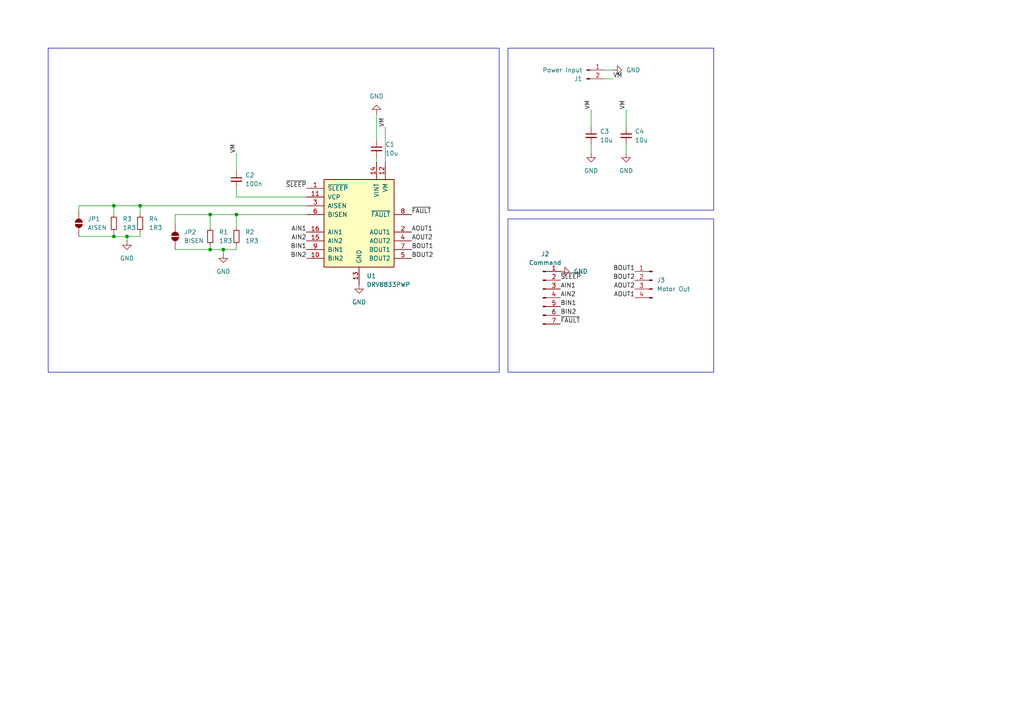
<source format=kicad_sch>
(kicad_sch (version 20231120) (generator "eeschema") (generator_version "8.0")
  (paper "A4")
  (lib_symbols
    (symbol "Connector:Conn_01x02_Pin" (pin_names (offset 1.016) hide)
      (property "Reference" "J" (at 0 2.54 0))
      (property "Value" "Conn_01x02_Pin" (at 0 -5.08 0))
      (symbol "Conn_01x02_Pin_1_1"
        (polyline (pts (xy 1.27 -2.54) (xy 0.8636 -2.54)) (stroke (width 0.1524)))
        (polyline (pts (xy 1.27 0) (xy 0.8636 0)) (stroke (width 0.1524)))
        (rectangle (start 0.8636 -2.413) (end 0 -2.667) (stroke (width 0.1524)) (fill (type outline)))
        (rectangle (start 0.8636 0.127) (end 0 -0.127) (stroke (width 0.1524)) (fill (type outline)))
        (pin passive line (at 5.08 0 180) (length 3.81) (name "Pin_1") (number "1"))
        (pin passive line (at 5.08 -2.54 180) (length 3.81) (name "Pin_2") (number "2"))
      )
    )
    (symbol "Connector:Conn_01x04_Pin" (pin_names (offset 1.016) hide)
      (property "Reference" "J" (at 0 5.08 0))
      (property "Value" "Conn_01x04_Pin" (at 0 -7.62 0))
      (symbol "Conn_01x04_Pin_1_1"
        (polyline (pts (xy 1.27 -5.08) (xy 0.8636 -5.08)) (stroke (width 0.1524)))
        (polyline (pts (xy 1.27 -2.54) (xy 0.8636 -2.54)) (stroke (width 0.1524)))
        (polyline (pts (xy 1.27 0) (xy 0.8636 0)) (stroke (width 0.1524)))
        (polyline (pts (xy 1.27 2.54) (xy 0.8636 2.54)) (stroke (width 0.1524)))
        (rectangle (start 0.8636 -4.953) (end 0 -5.207) (stroke (width 0.1524)) (fill (type outline)))
        (rectangle (start 0.8636 -2.413) (end 0 -2.667) (stroke (width 0.1524)) (fill (type outline)))
        (rectangle (start 0.8636 0.127) (end 0 -0.127) (stroke (width 0.1524)) (fill (type outline)))
        (rectangle (start 0.8636 2.667) (end 0 2.413) (stroke (width 0.1524)) (fill (type outline)))
        (pin passive line (at 5.08 2.54 180) (length 3.81) (name "Pin_1") (number "1"))
        (pin passive line (at 5.08 0 180) (length 3.81) (name "Pin_2") (number "2"))
        (pin passive line (at 5.08 -2.54 180) (length 3.81) (name "Pin_3") (number "3"))
        (pin passive line (at 5.08 -5.08 180) (length 3.81) (name "Pin_4") (number "4"))
      )
    )
    (symbol "Connector:Conn_01x07_Pin" (pin_names (offset 1.016) hide)
      (property "Reference" "J" (at 0 10.16 0))
      (property "Value" "Conn_01x07_Pin" (at 0 -10.16 0))
      (symbol "Conn_01x07_Pin_1_1"
        (polyline (pts (xy 1.27 -7.62) (xy 0.8636 -7.62)) (stroke (width 0.1524)))
        (polyline (pts (xy 1.27 -5.08) (xy 0.8636 -5.08)) (stroke (width 0.1524)))
        (polyline (pts (xy 1.27 -2.54) (xy 0.8636 -2.54)) (stroke (width 0.1524)))
        (polyline (pts (xy 1.27 0) (xy 0.8636 0)) (stroke (width 0.1524)))
        (polyline (pts (xy 1.27 2.54) (xy 0.8636 2.54)) (stroke (width 0.1524)))
        (polyline (pts (xy 1.27 5.08) (xy 0.8636 5.08)) (stroke (width 0.1524)))
        (polyline (pts (xy 1.27 7.62) (xy 0.8636 7.62)) (stroke (width 0.1524)))
        (rectangle (start 0.8636 -7.493) (end 0 -7.747) (stroke (width 0.1524)) (fill (type outline)))
        (rectangle (start 0.8636 -4.953) (end 0 -5.207) (stroke (width 0.1524)) (fill (type outline)))
        (rectangle (start 0.8636 -2.413) (end 0 -2.667) (stroke (width 0.1524)) (fill (type outline)))
        (rectangle (start 0.8636 0.127) (end 0 -0.127) (stroke (width 0.1524)) (fill (type outline)))
        (rectangle (start 0.8636 2.667) (end 0 2.413) (stroke (width 0.1524)) (fill (type outline)))
        (rectangle (start 0.8636 5.207) (end 0 4.953) (stroke (width 0.1524)) (fill (type outline)))
        (rectangle (start 0.8636 7.747) (end 0 7.493) (stroke (width 0.1524)) (fill (type outline)))
        (pin passive line (at 5.08 7.62 180) (length 3.81) (name "Pin_1") (number "1"))
        (pin passive line (at 5.08 5.08 180) (length 3.81) (name "Pin_2") (number "2"))
        (pin passive line (at 5.08 2.54 180) (length 3.81) (name "Pin_3") (number "3"))
        (pin passive line (at 5.08 0 180) (length 3.81) (name "Pin_4") (number "4"))
        (pin passive line (at 5.08 -2.54 180) (length 3.81) (name "Pin_5") (number "5"))
        (pin passive line (at 5.08 -5.08 180) (length 3.81) (name "Pin_6") (number "6"))
        (pin passive line (at 5.08 -7.62 180) (length 3.81) (name "Pin_7") (number "7"))
      )
    )
    (symbol "Device:C_Small" (pin_numbers hide) (pin_names (offset 0.254) hide)
      (property "Reference" "C" (at 0.254 1.778 0))
      (property "Value" "C_Small" (at 0.254 -2.032 0))
      (symbol "C_Small_0_1"
        (polyline (pts (xy -1.524 -0.508) (xy 1.524 -0.508)) (stroke (width 0.3302)))
        (polyline (pts (xy -1.524 0.508) (xy 1.524 0.508)) (stroke (width 0.3048)))
      )
      (symbol "C_Small_1_1"
        (pin passive line (at 0 2.54 270) (length 2.032) (name "~") (number "1"))
        (pin passive line (at 0 -2.54 90) (length 2.032) (name "~") (number "2"))
      )
    )
    (symbol "Device:R_Small" (pin_numbers hide) (pin_names (offset 0.254) hide)
      (property "Reference" "R" (at 0.762 0.508 0))
      (property "Value" "R_Small" (at 0.762 -1.016 0))
      (symbol "R_Small_0_1"
        (rectangle (start -0.762 1.778) (end 0.762 -1.778) (stroke (width 0.2032)))
      )
      (symbol "R_Small_1_1"
        (pin passive line (at 0 2.54 270) (length 0.762) (name "~") (number "1"))
        (pin passive line (at 0 -2.54 90) (length 0.762) (name "~") (number "2"))
      )
    )
    (symbol "Driver_Motor:DRV8833PWP" (pin_names (offset 1.016))
      (property "Reference" "U" (at -3.81 16.51 0))
      (property "Value" "DRV8833PWP" (at -3.81 13.97 0))
      (symbol "DRV8833PWP_0_1"
        (rectangle (start -10.16 12.7) (end 10.16 -12.7) (stroke (width 0.254)) (fill (type background)))
      )
      (symbol "DRV8833PWP_1_1"
        (pin input line (at -15.24 10.16 0) (length 5.08) (name "~{SLEEP}") (number "1"))
        (pin input line (at -15.24 -10.16 0) (length 5.08) (name "BIN2") (number "10"))
        (pin bidirectional line (at -15.24 7.62 0) (length 5.08) (name "VCP") (number "11"))
        (pin power_in line (at 7.62 17.78 270) (length 5.08) (name "VM") (number "12"))
        (pin power_in line (at 0 -17.78 90) (length 5.08) (name "GND") (number "13"))
        (pin power_in line (at 5.08 17.78 270) (length 5.08) (name "VINT") (number "14"))
        (pin input line (at -15.24 -5.08 0) (length 5.08) (name "AIN2") (number "15"))
        (pin input line (at -15.24 -2.54 0) (length 5.08) (name "AIN1") (number "16"))
        (pin passive line (at 0 -17.78 90) (length 5.08) hide (name "GND") (number "17"))
        (pin power_out line (at 15.24 -2.54 180) (length 5.08) (name "AOUT1") (number "2"))
        (pin bidirectional line (at -15.24 5.08 0) (length 5.08) (name "AISEN") (number "3"))
        (pin power_out line (at 15.24 -5.08 180) (length 5.08) (name "AOUT2") (number "4"))
        (pin power_out line (at 15.24 -10.16 180) (length 5.08) (name "BOUT2") (number "5"))
        (pin bidirectional line (at -15.24 2.54 0) (length 5.08) (name "BISEN") (number "6"))
        (pin power_out line (at 15.24 -7.62 180) (length 5.08) (name "BOUT1") (number "7"))
        (pin open_collector line (at 15.24 2.54 180) (length 5.08) (name "~{FAULT}") (number "8"))
        (pin input line (at -15.24 -7.62 0) (length 5.08) (name "BIN1") (number "9"))
      )
    )
    (symbol "Jumper:SolderJumper_2_Open" (pin_numbers hide) (pin_names (offset 0) hide) (exclude_from_sim yes) (in_bom no)
      (property "Reference" "JP" (at 0 2.032 0))
      (property "Value" "SolderJumper_2_Open" (at 0 -2.54 0))
      (symbol "SolderJumper_2_Open_0_1"
        (arc (start -0.254 1.016) (mid -1.2656 0) (end -0.254 -1.016))
        (arc (start -0.254 1.016) (mid -1.2656 0) (end -0.254 -1.016) (fill (type outline)))
        (polyline (pts (xy -0.254 1.016) (xy -0.254 -1.016)))
        (polyline (pts (xy 0.254 1.016) (xy 0.254 -1.016)))
        (arc (start 0.254 -1.016) (mid 1.2656 0) (end 0.254 1.016))
        (arc (start 0.254 -1.016) (mid 1.2656 0) (end 0.254 1.016) (fill (type outline)))
      )
      (symbol "SolderJumper_2_Open_1_1"
        (pin passive line (at -3.81 0 0) (length 2.54) (name "A") (number "1"))
        (pin passive line (at 3.81 0 180) (length 2.54) (name "B") (number "2"))
      )
    )
    (symbol "power:GND" (power) (pin_numbers hide) (pin_names (offset 0) hide)
      (property "Value" "GND" (at 0 -3.81 0))
      (symbol "GND_0_1"
        (polyline (pts (xy 0 0) (xy 0 -1.27) (xy 1.27 -1.27) (xy 0 -2.54) (xy -1.27 -1.27) (xy 0 -1.27)))
      )
      (symbol "GND_1_1"
        (pin power_in line (at 0 0 270) (length 0) (name "~") (number "1"))
      )
    )
  )
  (junction (at 36.83 68.58))
  (junction (at 33.02 68.58))
  (junction (at 33.02 59.69))
  (junction (at 68.58 62.23))
  (junction (at 40.64 59.69))
  (junction (at 64.77 72.39))
  (junction (at 60.96 72.39))
  (junction (at 60.96 62.23))
  (wire (pts (xy 50.8 64.77) (xy 50.8 62.23)))
  (wire (pts (xy 177.8 22.86) (xy 175.26 22.86)))
  (wire (pts (xy 68.58 62.23) (xy 88.9 62.23)))
  (wire (pts (xy 181.61 31.75) (xy 181.61 36.83)))
  (wire (pts (xy 40.64 59.69) (xy 40.64 62.23)))
  (wire (pts (xy 60.96 62.23) (xy 68.58 62.23)))
  (wire (pts (xy 181.61 41.91) (xy 181.61 44.45)))
  (wire (pts (xy 60.96 71.12) (xy 60.96 72.39)))
  (wire (pts (xy 64.77 72.39) (xy 64.77 73.66)))
  (wire (pts (xy 177.8 20.32) (xy 175.26 20.32)))
  (wire (pts (xy 109.22 45.72) (xy 109.22 46.99)))
  (wire (pts (xy 171.45 41.91) (xy 171.45 44.45)))
  (wire (pts (xy 40.64 67.31) (xy 40.64 68.58)))
  (wire (pts (xy 88.9 59.69) (xy 40.64 59.69)))
  (wire (pts (xy 36.83 68.58) (xy 33.02 68.58)))
  (wire (pts (xy 33.02 67.31) (xy 33.02 68.58)))
  (wire (pts (xy 109.22 33.02) (xy 109.22 40.64)))
  (wire (pts (xy 50.8 62.23) (xy 60.96 62.23)))
  (wire (pts (xy 40.64 68.58) (xy 36.83 68.58)))
  (wire (pts (xy 60.96 72.39) (xy 64.77 72.39)))
  (wire (pts (xy 68.58 66.04) (xy 68.58 62.23)))
  (wire (pts (xy 22.86 59.69) (xy 33.02 59.69)))
  (wire (pts (xy 68.58 72.39) (xy 68.58 71.12)))
  (wire (pts (xy 36.83 68.58) (xy 36.83 69.85)))
  (wire (pts (xy 171.45 31.75) (xy 171.45 36.83)))
  (wire (pts (xy 60.96 66.04) (xy 60.96 62.23)))
  (wire (pts (xy 33.02 59.69) (xy 33.02 62.23)))
  (wire (pts (xy 111.76 36.83) (xy 111.76 46.99)))
  (wire (pts (xy 64.77 72.39) (xy 68.58 72.39)))
  (wire (pts (xy 40.64 59.69) (xy 33.02 59.69)))
  (wire (pts (xy 50.8 72.39) (xy 60.96 72.39)))
  (wire (pts (xy 68.58 57.15) (xy 68.58 54.61)))
  (wire (pts (xy 22.86 68.58) (xy 33.02 68.58)))
  (wire (pts (xy 22.86 60.96) (xy 22.86 59.69)))
  (wire (pts (xy 88.9 57.15) (xy 68.58 57.15)))
  (wire (pts (xy 68.58 44.45) (xy 68.58 49.53)))
  (rectangle (start 13.97 13.97) (end 144.78 107.95))
  (rectangle (start 147.32 63.5) (end 207.01 107.95))
  (rectangle (start 147.32 13.97) (end 207.01 60.96))
  (label "AIN2" (at 88.9 69.85 180))
  (label "AOUT2" (at 184.15 83.82 180))
  (label "AIN1" (at 162.56 83.82 0))
  (label "BIN1" (at 88.9 72.39 180))
  (label "AOUT1" (at 184.15 86.36 180))
  (label "BIN1" (at 162.56 88.9 0))
  (label "VM" (at 68.58 44.45 90))
  (label "BIN2" (at 88.9 74.93 180))
  (label "BOUT2" (at 184.15 81.28 180))
  (label "AOUT1" (at 119.38 67.31 0))
  (label "~{SLEEP}" (at 162.56 81.28 0))
  (label "AIN1" (at 88.9 67.31 180))
  (label "VM" (at 181.61 31.75 90))
  (label "~{FAULT}" (at 119.38 62.23 0))
  (label "BOUT1" (at 119.38 72.39 0))
  (label "~{SLEEP}" (at 88.9 54.61 180))
  (label "AIN2" (at 162.56 86.36 0))
  (label "AOUT2" (at 119.38 69.85 0))
  (label "VM" (at 111.76 36.83 90))
  (label "BIN2" (at 162.56 91.44 0))
  (label "VM" (at 177.8 22.86 0))
  (label "BOUT2" (at 119.38 74.93 0))
  (label "~{FAULT}" (at 162.56 93.98 0))
  (label "BOUT1" (at 184.15 78.74 180))
  (label "VM" (at 171.45 31.75 90))
  (symbol (lib_id "Device:R_Small") (at 60.96 68.58 0) (unit 1)
    (property "Reference" "R1" (at 63.5 67.3099 0) (effects (justify left)))
    (property "Value" "1R3" (at 63.5 69.8499 0) (effects (justify left)))
    (property "Footprint" "Resistor_SMD:R_1206_3216Metric_Pad1.30x1.75mm_HandSolder" (effects (hide yes)))
    (property "Description" "Resistor, small symbol" (effects (hide yes)))
  )
  (symbol (lib_id "Device:C_Small") (at 109.22 43.18 0) (unit 1)
    (property "Reference" "C1" (at 111.76 41.9162 0) (effects (justify left)))
    (property "Value" "10u" (at 111.76 44.4562 0) (effects (justify left)))
    (property "Footprint" "Capacitor_SMD:C_1206_3216Metric_Pad1.33x1.80mm_HandSolder" (effects (hide yes)))
    (property "Description" "Unpolarized capacitor, small symbol" (effects (hide yes)))
  )
  (symbol (lib_id "power:GND") (at 109.22 33.02 180) (unit 1)
    (property "Reference" "#PWR02" (effects (hide yes)))
    (property "Value" "GND" (at 109.22 27.94 0))
    (property "Description" "Power symbol creates a global label with name \"GND\" , ground" (effects (hide yes)))
  )
  (symbol (lib_id "Device:R_Small") (at 68.58 68.58 0) (unit 1)
    (property "Reference" "R2" (at 71.12 67.3099 0) (effects (justify left)))
    (property "Value" "1R3" (at 71.12 69.8499 0) (effects (justify left)))
    (property "Footprint" "Resistor_SMD:R_1206_3216Metric_Pad1.30x1.75mm_HandSolder" (effects (hide yes)))
    (property "Description" "Resistor, small symbol" (effects (hide yes)))
  )
  (symbol (lib_id "power:GND") (at 171.45 44.45 0) (unit 1)
    (property "Reference" "#PWR05" (effects (hide yes)))
    (property "Value" "GND" (at 171.45 49.53 0))
    (property "Description" "Power symbol creates a global label with name \"GND\" , ground" (effects (hide yes)))
  )
  (symbol (lib_id "Device:C_Small") (at 171.45 39.37 0) (unit 1)
    (property "Reference" "C3" (at 173.99 38.1062 0) (effects (justify left)))
    (property "Value" "10u" (at 173.99 40.6462 0) (effects (justify left)))
    (property "Footprint" "Capacitor_SMD:C_1206_3216Metric_Pad1.33x1.80mm_HandSolder" (effects (hide yes)))
    (property "Description" "Unpolarized capacitor, small symbol" (effects (hide yes)))
  )
  (symbol (lib_id "Jumper:SolderJumper_2_Open") (at 22.86 64.77 270) (unit 1) (exclude_from_sim yes) (in_bom no)
    (property "Reference" "JP1" (at 25.4 63.4999 90) (effects (justify left)))
    (property "Value" "AISEN" (at 25.4 66.0399 90) (effects (justify left)))
    (property "Footprint" "Jumper:SolderJumper-2_P1.3mm_Open_TrianglePad1.0x1.5mm" (effects (hide yes)))
    (property "Description" "Solder Jumper, 2-pole, open" (effects (hide yes)))
  )
  (symbol (lib_id "Connector:Conn_01x07_Pin") (at 157.48 86.36 0) (unit 1)
    (property "Reference" "J2" (at 158.115 73.66 0))
    (property "Value" "Command" (at 158.115 76.2 0))
    (property "Footprint" "Connector_PinHeader_2.54mm:PinHeader_1x07_P2.54mm_Vertical" (effects (hide yes)))
    (property "Description" "Generic connector, single row, 01x07, script generated" (effects (hide yes)))
  )
  (symbol (lib_id "Connector:Conn_01x02_Pin") (at 170.18 20.32 0) (unit 1)
    (property "Reference" "J1" (at 168.91 22.8601 0) (effects (justify right)))
    (property "Value" "Power Input" (at 168.91 20.3201 0) (effects (justify right)))
    (property "Footprint" "Connector_PinHeader_2.54mm:PinHeader_1x02_P2.54mm_Vertical" (effects (hide yes)))
    (property "Description" "Generic connector, single row, 01x02, script generated" (effects (hide yes)))
  )
  (symbol (lib_id "power:GND") (at 181.61 44.45 0) (unit 1)
    (property "Reference" "#PWR06" (effects (hide yes)))
    (property "Value" "GND" (at 181.61 49.53 0))
    (property "Description" "Power symbol creates a global label with name \"GND\" , ground" (effects (hide yes)))
  )
  (symbol (lib_id "Device:R_Small") (at 40.64 64.77 0) (unit 1)
    (property "Reference" "R4" (at 43.18 63.5 0) (effects (justify left)))
    (property "Value" "1R3" (at 43.18 66.04 0) (effects (justify left)))
    (property "Footprint" "Resistor_SMD:R_1206_3216Metric_Pad1.30x1.75mm_HandSolder" (effects (hide yes)))
    (property "Description" "Resistor, small symbol" (effects (hide yes)))
  )
  (symbol (lib_id "Jumper:SolderJumper_2_Open") (at 50.8 68.58 270) (unit 1) (exclude_from_sim yes) (in_bom no)
    (property "Reference" "JP2" (at 53.34 67.3099 90) (effects (justify left)))
    (property "Value" "BISEN" (at 53.34 69.8499 90) (effects (justify left)))
    (property "Footprint" "Jumper:SolderJumper-2_P1.3mm_Open_TrianglePad1.0x1.5mm" (effects (hide yes)))
    (property "Description" "Solder Jumper, 2-pole, open" (effects (hide yes)))
  )
  (symbol (lib_id "power:GND") (at 104.14 82.55 0) (unit 1)
    (property "Reference" "#PWR01" (effects (hide yes)))
    (property "Value" "GND" (at 104.14 87.63 0))
    (property "Description" "Power symbol creates a global label with name \"GND\" , ground" (effects (hide yes)))
  )
  (symbol (lib_id "power:GND") (at 36.83 69.85 0) (unit 1)
    (property "Reference" "#PWR04" (effects (hide yes)))
    (property "Value" "GND" (at 36.83 74.93 0))
    (property "Description" "Power symbol creates a global label with name \"GND\" , ground" (effects (hide yes)))
  )
  (symbol (lib_id "power:GND") (at 162.56 78.74 90) (unit 1)
    (property "Reference" "#PWR08" (effects (hide yes)))
    (property "Value" "GND" (at 166.37 78.7401 90) (effects (justify right)))
    (property "Description" "Power symbol creates a global label with name \"GND\" , ground" (effects (hide yes)))
  )
  (symbol (lib_id "Connector:Conn_01x04_Pin") (at 189.23 81.28 0) (mirror y) (unit 1)
    (property "Reference" "J3" (at 190.5 81.2799 0) (effects (justify right)))
    (property "Value" "Motor Out" (at 190.5 83.8199 0) (effects (justify right)))
    (property "Footprint" "Connector_PinHeader_2.54mm:PinHeader_1x04_P2.54mm_Vertical" (effects (hide yes)))
    (property "Description" "Generic connector, single row, 01x04, script generated" (effects (hide yes)))
  )
  (symbol (lib_id "power:GND") (at 64.77 73.66 0) (unit 1)
    (property "Reference" "#PWR03" (effects (hide yes)))
    (property "Value" "GND" (at 64.77 78.74 0))
    (property "Description" "Power symbol creates a global label with name \"GND\" , ground" (effects (hide yes)))
  )
  (symbol (lib_id "Device:R_Small") (at 33.02 64.77 0) (unit 1)
    (property "Reference" "R3" (at 35.56 63.4999 0) (effects (justify left)))
    (property "Value" "1R3" (at 35.56 66.0399 0) (effects (justify left)))
    (property "Footprint" "Resistor_SMD:R_1206_3216Metric_Pad1.30x1.75mm_HandSolder" (effects (hide yes)))
    (property "Description" "Resistor, small symbol" (effects (hide yes)))
  )
  (symbol (lib_id "Driver_Motor:DRV8833PWP") (at 104.14 64.77 0) (unit 1)
    (property "Reference" "U1" (at 106.3341 80.01 0) (effects (justify left)))
    (property "Value" "DRV8833PWP" (at 106.3341 82.55 0) (effects (justify left)))
    (property "Footprint" "Package_SO:HTSSOP-16-1EP_4.4x5mm_P0.65mm_EP3.4x5mm_Mask2.46x2.31mm_ThermalVias" (effects (hide yes)))
    (property "Datasheet" "http://www.ti.com/lit/ds/symlink/drv8833.pdf" (effects (hide yes)))
    (property "Description" "Dual H-Bridge Motor Driver, HTSSOP-16" (effects (hide yes)))
  )
  (symbol (lib_id "Device:C_Small") (at 68.58 52.07 0) (unit 1)
    (property "Reference" "C2" (at 71.12 50.8062 0) (effects (justify left)))
    (property "Value" "100n" (at 71.12 53.3462 0) (effects (justify left)))
    (property "Footprint" "Capacitor_SMD:C_1206_3216Metric_Pad1.33x1.80mm_HandSolder" (effects (hide yes)))
    (property "Description" "Unpolarized capacitor, small symbol" (effects (hide yes)))
  )
  (symbol (lib_id "power:GND") (at 177.8 20.32 90) (unit 1)
    (property "Reference" "#PWR07" (effects (hide yes)))
    (property "Value" "GND" (at 181.61 20.3201 90) (effects (justify right)))
    (property "Description" "Power symbol creates a global label with name \"GND\" , ground" (effects (hide yes)))
  )
  (symbol (lib_id "Device:C_Small") (at 181.61 39.37 0) (unit 1)
    (property "Reference" "C4" (at 184.15 38.1062 0) (effects (justify left)))
    (property "Value" "10u" (at 184.15 40.6462 0) (effects (justify left)))
    (property "Footprint" "Capacitor_SMD:C_1206_3216Metric_Pad1.33x1.80mm_HandSolder" (effects (hide yes)))
    (property "Description" "Unpolarized capacitor, small symbol" (effects (hide yes)))
  )
)
</source>
